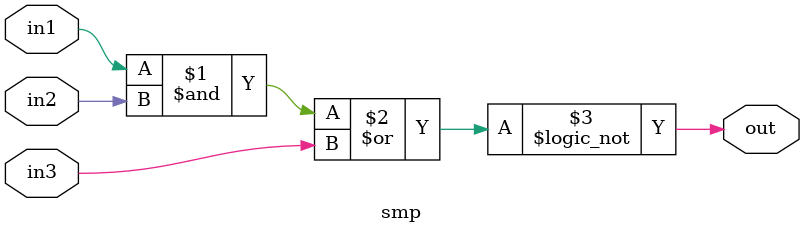
<source format=v>
module smp(out, in1, in2, in3);
 output out;
 input in1, in2, in3;
  assign out = !(in1 & in2 | in3);
endmodule


</source>
